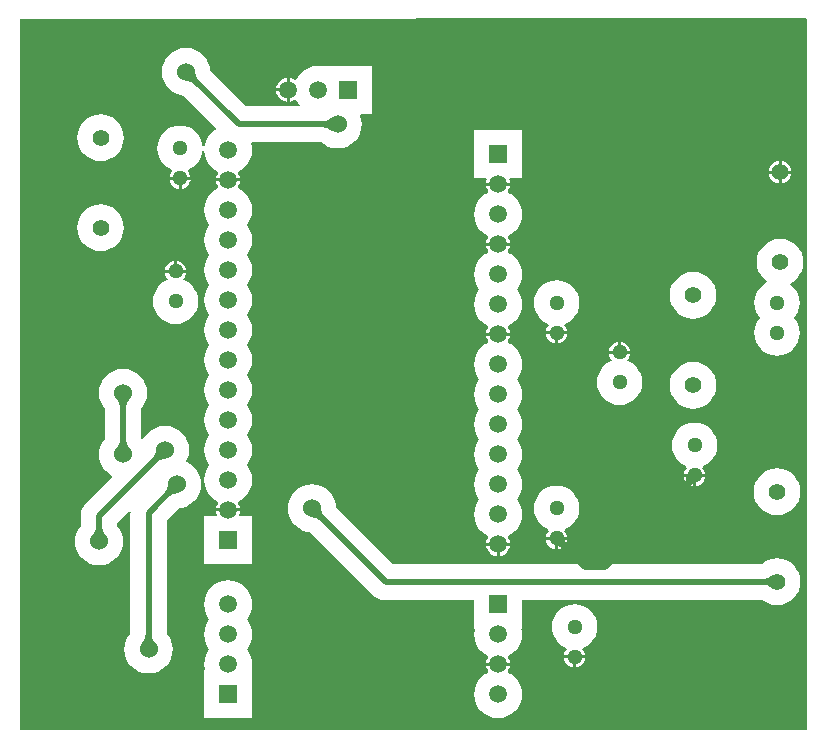
<source format=gbl>
%FSLAX25Y25*%
%MOIN*%
G70*
G01*
G75*
G04 Layer_Physical_Order=2*
G04 Layer_Color=16711680*
%ADD10C,0.02000*%
%ADD11C,0.01500*%
%ADD12O,0.09000X0.02000*%
%ADD13R,0.09000X0.02000*%
%ADD14O,0.08000X0.02500*%
%ADD15R,0.08000X0.02500*%
%ADD16C,0.01000*%
%ADD17C,0.05100*%
%ADD18R,0.05906X0.05906*%
%ADD19C,0.05906*%
%ADD20C,0.05512*%
%ADD21R,0.05906X0.05906*%
%ADD22C,0.06000*%
G36*
X670953Y476143D02*
Y239048D01*
X408547D01*
Y476009D01*
X670599Y476497D01*
X670953Y476143D01*
D02*
G37*
%LPC*%
G36*
X661000Y326293D02*
X659480Y326144D01*
X658018Y325700D01*
X656670Y324980D01*
X655489Y324011D01*
X654520Y322830D01*
X653800Y321482D01*
X653356Y320020D01*
X653207Y318500D01*
X653356Y316980D01*
X653800Y315518D01*
X654520Y314170D01*
X655489Y312989D01*
X656670Y312020D01*
X658018Y311300D01*
X659480Y310856D01*
X661000Y310707D01*
X662520Y310856D01*
X663982Y311300D01*
X665330Y312020D01*
X666511Y312989D01*
X667480Y314170D01*
X668200Y315518D01*
X668644Y316980D01*
X668793Y318500D01*
X668644Y320020D01*
X668200Y321482D01*
X667480Y322830D01*
X666511Y324011D01*
X665330Y324980D01*
X663982Y325700D01*
X662520Y326144D01*
X661000Y326293D01*
D02*
G37*
G36*
X481921Y422000D02*
X474079D01*
X474149Y421468D01*
X474547Y420507D01*
X474766Y420221D01*
X474661Y419733D01*
X473560Y419144D01*
X472349Y418151D01*
X471355Y416940D01*
X470617Y415558D01*
X470162Y414059D01*
X470009Y412500D01*
X470162Y410941D01*
X470617Y409442D01*
X471355Y408060D01*
X471815Y407500D01*
X471355Y406940D01*
X470617Y405558D01*
X470162Y404059D01*
X470009Y402500D01*
X470162Y400941D01*
X470617Y399442D01*
X471355Y398060D01*
X471815Y397500D01*
X471355Y396940D01*
X470617Y395558D01*
X470162Y394059D01*
X470009Y392500D01*
X470162Y390941D01*
X470617Y389442D01*
X471355Y388060D01*
X471815Y387500D01*
X471355Y386940D01*
X470617Y385558D01*
X470162Y384059D01*
X470009Y382500D01*
X470162Y380941D01*
X470617Y379442D01*
X471355Y378060D01*
X471815Y377500D01*
X471355Y376940D01*
X470617Y375558D01*
X470162Y374059D01*
X470009Y372500D01*
X470162Y370941D01*
X470617Y369442D01*
X471355Y368060D01*
X471815Y367500D01*
X471355Y366940D01*
X470617Y365558D01*
X470162Y364059D01*
X470009Y362500D01*
X470162Y360941D01*
X470617Y359442D01*
X471355Y358060D01*
X471815Y357500D01*
X471355Y356940D01*
X470617Y355558D01*
X470162Y354059D01*
X470009Y352500D01*
X470162Y350941D01*
X470617Y349442D01*
X471355Y348060D01*
X471815Y347500D01*
X471355Y346940D01*
X470617Y345558D01*
X470162Y344059D01*
X470009Y342500D01*
X470162Y340941D01*
X470617Y339442D01*
X471355Y338060D01*
X471815Y337500D01*
X471355Y336940D01*
X470617Y335558D01*
X470162Y334059D01*
X470009Y332500D01*
X470162Y330941D01*
X470617Y329442D01*
X471355Y328060D01*
X471815Y327500D01*
X471355Y326940D01*
X470617Y325558D01*
X470162Y324059D01*
X470009Y322500D01*
X470162Y320941D01*
X470617Y319442D01*
X471355Y318060D01*
X472349Y316849D01*
X473560Y315856D01*
X474661Y315267D01*
X474766Y314779D01*
X474547Y314493D01*
X474149Y313532D01*
X474079Y313000D01*
X481921D01*
X481851Y313532D01*
X481453Y314493D01*
X481234Y314779D01*
X481339Y315267D01*
X482440Y315856D01*
X483651Y316849D01*
X484645Y318060D01*
X485383Y319442D01*
X485838Y320941D01*
X485991Y322500D01*
X485838Y324059D01*
X485383Y325558D01*
X484645Y326940D01*
X484185Y327500D01*
X484645Y328060D01*
X485383Y329442D01*
X485838Y330941D01*
X485991Y332500D01*
X485838Y334059D01*
X485383Y335558D01*
X484645Y336940D01*
X484185Y337500D01*
X484645Y338060D01*
X485383Y339442D01*
X485838Y340941D01*
X485991Y342500D01*
X485838Y344059D01*
X485383Y345558D01*
X484645Y346940D01*
X484185Y347500D01*
X484645Y348060D01*
X485383Y349442D01*
X485838Y350941D01*
X485991Y352500D01*
X485838Y354059D01*
X485383Y355558D01*
X484645Y356940D01*
X484185Y357500D01*
X484645Y358060D01*
X485383Y359442D01*
X485838Y360941D01*
X485991Y362500D01*
X485838Y364059D01*
X485383Y365558D01*
X484645Y366940D01*
X484185Y367500D01*
X484645Y368060D01*
X485383Y369442D01*
X485838Y370941D01*
X485991Y372500D01*
X485838Y374059D01*
X485383Y375558D01*
X484645Y376940D01*
X484185Y377500D01*
X484645Y378060D01*
X485383Y379442D01*
X485838Y380941D01*
X485991Y382500D01*
X485838Y384059D01*
X485383Y385558D01*
X484645Y386940D01*
X484185Y387500D01*
X484645Y388060D01*
X485383Y389442D01*
X485838Y390941D01*
X485991Y392500D01*
X485838Y394059D01*
X485383Y395558D01*
X484645Y396940D01*
X484185Y397500D01*
X484645Y398060D01*
X485383Y399442D01*
X485838Y400941D01*
X485991Y402500D01*
X485838Y404059D01*
X485383Y405558D01*
X484645Y406940D01*
X484185Y407500D01*
X484645Y408060D01*
X485383Y409442D01*
X485838Y410941D01*
X485991Y412500D01*
X485838Y414059D01*
X485383Y415558D01*
X484645Y416940D01*
X483651Y418151D01*
X482440Y419144D01*
X481339Y419733D01*
X481234Y420221D01*
X481453Y420507D01*
X481851Y421468D01*
X481921Y422000D01*
D02*
G37*
G36*
X587500Y320586D02*
X586020Y320441D01*
X584597Y320009D01*
X583285Y319308D01*
X582135Y318365D01*
X581192Y317215D01*
X580491Y315903D01*
X580059Y314480D01*
X579914Y313000D01*
X580059Y311520D01*
X580491Y310097D01*
X581192Y308785D01*
X582135Y307635D01*
X583285Y306692D01*
X584597Y305991D01*
X584763Y305940D01*
X584916Y305464D01*
X584399Y304790D01*
X584041Y303927D01*
X583985Y303500D01*
X591015D01*
X590959Y303927D01*
X590601Y304790D01*
X590084Y305464D01*
X590237Y305940D01*
X590403Y305991D01*
X591715Y306692D01*
X592865Y307635D01*
X593808Y308785D01*
X594509Y310097D01*
X594941Y311520D01*
X595086Y313000D01*
X594941Y314480D01*
X594509Y315903D01*
X593808Y317215D01*
X592865Y318365D01*
X591715Y319308D01*
X590403Y320009D01*
X588980Y320441D01*
X587500Y320586D01*
D02*
G37*
G36*
X591015Y302500D02*
X588000D01*
Y299485D01*
X588427Y299541D01*
X589290Y299899D01*
X590032Y300468D01*
X590601Y301210D01*
X590959Y302073D01*
X591015Y302500D01*
D02*
G37*
G36*
X571921Y370500D02*
X564079D01*
X564149Y369968D01*
X564547Y369007D01*
X564766Y368721D01*
X564661Y368233D01*
X563560Y367645D01*
X562349Y366651D01*
X561355Y365440D01*
X560617Y364058D01*
X560162Y362559D01*
X560009Y361000D01*
X560162Y359441D01*
X560617Y357942D01*
X561355Y356560D01*
X561815Y356000D01*
X561355Y355440D01*
X560617Y354058D01*
X560162Y352559D01*
X560009Y351000D01*
X560162Y349441D01*
X560617Y347942D01*
X561355Y346560D01*
X561815Y346000D01*
X561355Y345440D01*
X560617Y344058D01*
X560162Y342559D01*
X560009Y341000D01*
X560162Y339441D01*
X560617Y337942D01*
X561355Y336560D01*
X561815Y336000D01*
X561355Y335440D01*
X560617Y334058D01*
X560162Y332559D01*
X560009Y331000D01*
X560162Y329441D01*
X560617Y327942D01*
X561355Y326560D01*
X561815Y326000D01*
X561355Y325440D01*
X560617Y324058D01*
X560162Y322559D01*
X560009Y321000D01*
X560162Y319441D01*
X560617Y317942D01*
X561355Y316560D01*
X561815Y316000D01*
X561355Y315440D01*
X560617Y314058D01*
X560162Y312559D01*
X560009Y311000D01*
X560162Y309441D01*
X560617Y307942D01*
X561355Y306560D01*
X562349Y305349D01*
X563560Y304356D01*
X564661Y303767D01*
X564766Y303279D01*
X564547Y302993D01*
X564149Y302032D01*
X564079Y301500D01*
X571921D01*
X571851Y302032D01*
X571453Y302993D01*
X571234Y303279D01*
X571339Y303767D01*
X572440Y304356D01*
X573651Y305349D01*
X574645Y306560D01*
X575383Y307942D01*
X575838Y309441D01*
X575991Y311000D01*
X575838Y312559D01*
X575383Y314058D01*
X574645Y315440D01*
X574185Y316000D01*
X574645Y316560D01*
X575383Y317942D01*
X575838Y319441D01*
X575991Y321000D01*
X575838Y322559D01*
X575383Y324058D01*
X574645Y325440D01*
X574185Y326000D01*
X574645Y326560D01*
X575383Y327942D01*
X575838Y329441D01*
X575991Y331000D01*
X575838Y332559D01*
X575383Y334058D01*
X574645Y335440D01*
X574185Y336000D01*
X574645Y336560D01*
X575383Y337942D01*
X575838Y339441D01*
X575991Y341000D01*
X575838Y342559D01*
X575383Y344058D01*
X574645Y345440D01*
X574185Y346000D01*
X574645Y346560D01*
X575383Y347942D01*
X575838Y349441D01*
X575991Y351000D01*
X575838Y352559D01*
X575383Y354058D01*
X574645Y355440D01*
X574185Y356000D01*
X574645Y356560D01*
X575383Y357942D01*
X575838Y359441D01*
X575991Y361000D01*
X575838Y362559D01*
X575383Y364058D01*
X574645Y365440D01*
X573651Y366651D01*
X572440Y367645D01*
X571339Y368233D01*
X571234Y368721D01*
X571453Y369007D01*
X571851Y369968D01*
X571921Y370500D01*
D02*
G37*
G36*
X633000Y323500D02*
X629985D01*
X630041Y323073D01*
X630399Y322210D01*
X630968Y321468D01*
X631710Y320899D01*
X632573Y320541D01*
X633000Y320485D01*
Y323500D01*
D02*
G37*
G36*
X612015Y364500D02*
X604985D01*
X605041Y364073D01*
X605399Y363210D01*
X605916Y362536D01*
X605763Y362060D01*
X605597Y362009D01*
X604285Y361308D01*
X603135Y360365D01*
X602192Y359215D01*
X601491Y357903D01*
X601059Y356480D01*
X600913Y355000D01*
X601059Y353520D01*
X601491Y352097D01*
X602192Y350785D01*
X603135Y349636D01*
X604285Y348692D01*
X605597Y347991D01*
X607020Y347559D01*
X608500Y347413D01*
X609980Y347559D01*
X611403Y347991D01*
X612715Y348692D01*
X613865Y349636D01*
X614808Y350785D01*
X615509Y352097D01*
X615941Y353520D01*
X616086Y355000D01*
X615941Y356480D01*
X615509Y357903D01*
X614808Y359215D01*
X613865Y360365D01*
X612715Y361308D01*
X611403Y362009D01*
X611237Y362060D01*
X611084Y362536D01*
X611601Y363210D01*
X611959Y364073D01*
X612015Y364500D01*
D02*
G37*
G36*
X662000Y402793D02*
X660480Y402644D01*
X659018Y402200D01*
X657670Y401480D01*
X656489Y400511D01*
X655520Y399330D01*
X654800Y397982D01*
X654356Y396520D01*
X654207Y395000D01*
X654356Y393480D01*
X654800Y392018D01*
X655520Y390670D01*
X656489Y389489D01*
X657499Y388661D01*
X657450Y388163D01*
X656785Y387808D01*
X655635Y386864D01*
X654692Y385715D01*
X653991Y384403D01*
X653559Y382980D01*
X653413Y381500D01*
X653559Y380020D01*
X653991Y378597D01*
X654692Y377285D01*
X655336Y376500D01*
X654692Y375715D01*
X653991Y374403D01*
X653559Y372980D01*
X653413Y371500D01*
X653559Y370020D01*
X653991Y368597D01*
X654692Y367285D01*
X655635Y366136D01*
X656785Y365192D01*
X658097Y364491D01*
X659520Y364059D01*
X661000Y363913D01*
X662480Y364059D01*
X663903Y364491D01*
X665215Y365192D01*
X666364Y366136D01*
X667308Y367285D01*
X668009Y368597D01*
X668441Y370020D01*
X668586Y371500D01*
X668441Y372980D01*
X668009Y374403D01*
X667308Y375715D01*
X666664Y376500D01*
X667308Y377285D01*
X668009Y378597D01*
X668441Y380020D01*
X668586Y381500D01*
X668441Y382980D01*
X668009Y384403D01*
X667308Y385715D01*
X666364Y386864D01*
X665477Y387593D01*
X665526Y388090D01*
X666330Y388520D01*
X667511Y389489D01*
X668480Y390670D01*
X669200Y392018D01*
X669644Y393480D01*
X669793Y395000D01*
X669644Y396520D01*
X669200Y397982D01*
X668480Y399330D01*
X667511Y400511D01*
X666330Y401480D01*
X664982Y402200D01*
X663520Y402644D01*
X662000Y402793D01*
D02*
G37*
G36*
X633000Y361793D02*
X631480Y361644D01*
X630018Y361200D01*
X628670Y360480D01*
X627489Y359511D01*
X626520Y358330D01*
X625800Y356982D01*
X625356Y355520D01*
X625207Y354000D01*
X625356Y352480D01*
X625800Y351018D01*
X626520Y349670D01*
X627489Y348489D01*
X628670Y347520D01*
X630018Y346800D01*
X631480Y346356D01*
X633000Y346207D01*
X634520Y346356D01*
X635982Y346800D01*
X637330Y347520D01*
X638511Y348489D01*
X639480Y349670D01*
X640200Y351018D01*
X640644Y352480D01*
X640793Y354000D01*
X640644Y355520D01*
X640200Y356982D01*
X639480Y358330D01*
X638511Y359511D01*
X637330Y360480D01*
X635982Y361200D01*
X634520Y361644D01*
X633000Y361793D01*
D02*
G37*
G36*
X637015Y323500D02*
X634000D01*
Y320485D01*
X634427Y320541D01*
X635290Y320899D01*
X636032Y321468D01*
X636601Y322210D01*
X636959Y323073D01*
X637015Y323500D01*
D02*
G37*
G36*
X633500Y341586D02*
X632020Y341441D01*
X630597Y341009D01*
X629285Y340308D01*
X628135Y339365D01*
X627192Y338215D01*
X626491Y336903D01*
X626059Y335480D01*
X625913Y334000D01*
X626059Y332520D01*
X626491Y331097D01*
X627192Y329785D01*
X628135Y328636D01*
X629285Y327692D01*
X630597Y326991D01*
X630763Y326940D01*
X630916Y326464D01*
X630399Y325790D01*
X630041Y324927D01*
X629985Y324500D01*
X637015D01*
X636959Y324927D01*
X636601Y325790D01*
X636084Y326464D01*
X636237Y326940D01*
X636403Y326991D01*
X637715Y327692D01*
X638865Y328636D01*
X639808Y329785D01*
X640509Y331097D01*
X640941Y332520D01*
X641086Y334000D01*
X640941Y335480D01*
X640509Y336903D01*
X639808Y338215D01*
X638865Y339365D01*
X637715Y340308D01*
X636403Y341009D01*
X634980Y341441D01*
X633500Y341586D01*
D02*
G37*
G36*
X593000Y263000D02*
X589985D01*
X590041Y262573D01*
X590399Y261710D01*
X590968Y260968D01*
X591710Y260399D01*
X592573Y260041D01*
X593000Y259985D01*
Y263000D01*
D02*
G37*
G36*
X597015D02*
X594000D01*
Y259985D01*
X594427Y260041D01*
X595290Y260399D01*
X596032Y260968D01*
X596601Y261710D01*
X596959Y262573D01*
X597015Y263000D01*
D02*
G37*
G36*
X443000Y359539D02*
X441432Y359384D01*
X439924Y358927D01*
X438534Y358184D01*
X437316Y357184D01*
X436316Y355966D01*
X435573Y354576D01*
X435116Y353068D01*
X434961Y351500D01*
X435116Y349932D01*
X435573Y348424D01*
X436316Y347034D01*
X436971Y346236D01*
Y336264D01*
X436316Y335466D01*
X435573Y334076D01*
X435116Y332568D01*
X434961Y331000D01*
X435116Y329432D01*
X435573Y327924D01*
X436316Y326534D01*
X437316Y325316D01*
X438534Y324316D01*
X439308Y323902D01*
X439381Y323408D01*
X430737Y314763D01*
X429987Y313849D01*
X429430Y312807D01*
X429087Y311676D01*
X428971Y310500D01*
Y307264D01*
X428316Y306466D01*
X427573Y305076D01*
X427116Y303568D01*
X426961Y302000D01*
X427116Y300432D01*
X427573Y298924D01*
X428316Y297534D01*
X429316Y296316D01*
X430534Y295316D01*
X431924Y294573D01*
X433432Y294116D01*
X435000Y293961D01*
X436568Y294116D01*
X438076Y294573D01*
X439466Y295316D01*
X440684Y296316D01*
X441684Y297534D01*
X442427Y298924D01*
X442884Y300432D01*
X443039Y302000D01*
X442884Y303568D01*
X442427Y305076D01*
X441684Y306466D01*
X441029Y307264D01*
Y308003D01*
X445049Y312023D01*
X445501Y311809D01*
X445471Y311500D01*
Y271264D01*
X444816Y270466D01*
X444073Y269076D01*
X443616Y267568D01*
X443461Y266000D01*
X443616Y264432D01*
X444073Y262924D01*
X444816Y261534D01*
X445816Y260316D01*
X447034Y259316D01*
X448424Y258573D01*
X449932Y258116D01*
X451500Y257961D01*
X453068Y258116D01*
X454576Y258573D01*
X455966Y259316D01*
X457184Y260316D01*
X458184Y261534D01*
X458927Y262924D01*
X459384Y264432D01*
X459539Y266000D01*
X459384Y267568D01*
X458927Y269076D01*
X458184Y270466D01*
X457529Y271264D01*
Y309003D01*
X461541Y313015D01*
X462568Y313116D01*
X464076Y313573D01*
X465466Y314316D01*
X466684Y315316D01*
X467684Y316534D01*
X468427Y317924D01*
X468884Y319432D01*
X469039Y321000D01*
X468884Y322568D01*
X468427Y324076D01*
X467684Y325466D01*
X466684Y326684D01*
X465466Y327684D01*
X464246Y328336D01*
X464101Y328814D01*
X464427Y329424D01*
X464884Y330932D01*
X465039Y332500D01*
X464884Y334068D01*
X464427Y335576D01*
X463684Y336966D01*
X462684Y338184D01*
X461466Y339184D01*
X460076Y339927D01*
X458568Y340384D01*
X457000Y340539D01*
X455432Y340384D01*
X453924Y339927D01*
X452534Y339184D01*
X451316Y338184D01*
X450316Y336966D01*
X449793Y335988D01*
X449400Y335949D01*
X449029Y336285D01*
Y346236D01*
X449684Y347034D01*
X450427Y348424D01*
X450884Y349932D01*
X451039Y351500D01*
X450884Y353068D01*
X450427Y354576D01*
X449684Y355966D01*
X448684Y357184D01*
X447466Y358184D01*
X446076Y358927D01*
X444568Y359384D01*
X443000Y359539D01*
D02*
G37*
G36*
X571921Y260500D02*
X564079D01*
X564149Y259968D01*
X564547Y259007D01*
X564766Y258721D01*
X564661Y258233D01*
X563560Y257645D01*
X562349Y256651D01*
X561355Y255440D01*
X560617Y254058D01*
X560162Y252559D01*
X560009Y251000D01*
X560162Y249441D01*
X560617Y247942D01*
X561355Y246560D01*
X562349Y245349D01*
X563560Y244356D01*
X564942Y243617D01*
X566441Y243162D01*
X568000Y243009D01*
X569559Y243162D01*
X571058Y243617D01*
X572440Y244356D01*
X573651Y245349D01*
X574645Y246560D01*
X575383Y247942D01*
X575838Y249441D01*
X575991Y251000D01*
X575838Y252559D01*
X575383Y254058D01*
X574645Y255440D01*
X573651Y256651D01*
X572440Y257645D01*
X571339Y258233D01*
X571234Y258721D01*
X571453Y259007D01*
X571851Y259968D01*
X571921Y260500D01*
D02*
G37*
G36*
X478000Y288991D02*
X476441Y288838D01*
X474942Y288383D01*
X473560Y287645D01*
X472349Y286651D01*
X471355Y285440D01*
X470617Y284058D01*
X470162Y282559D01*
X470009Y281000D01*
X470162Y279441D01*
X470617Y277942D01*
X471355Y276560D01*
X471815Y276000D01*
X471355Y275440D01*
X470617Y274058D01*
X470162Y272559D01*
X470009Y271000D01*
X470162Y269441D01*
X470617Y267942D01*
X471355Y266560D01*
X471815Y266000D01*
X471355Y265440D01*
X470617Y264058D01*
X470162Y262559D01*
X470009Y261000D01*
X470162Y259441D01*
X470234Y259205D01*
X470047Y258953D01*
X470047D01*
Y243047D01*
X485953D01*
Y258953D01*
X485953D01*
X485766Y259205D01*
X485838Y259441D01*
X485991Y261000D01*
X485838Y262559D01*
X485383Y264058D01*
X484645Y265440D01*
X484185Y266000D01*
X484645Y266560D01*
X485383Y267942D01*
X485838Y269441D01*
X485991Y271000D01*
X485838Y272559D01*
X485383Y274058D01*
X484645Y275440D01*
X484185Y276000D01*
X484645Y276560D01*
X485383Y277942D01*
X485838Y279441D01*
X485991Y281000D01*
X485838Y282559D01*
X485383Y284058D01*
X484645Y285440D01*
X483651Y286651D01*
X482440Y287645D01*
X481058Y288383D01*
X479559Y288838D01*
X478000Y288991D01*
D02*
G37*
G36*
X593500Y281086D02*
X592020Y280941D01*
X590597Y280509D01*
X589285Y279808D01*
X588135Y278865D01*
X587192Y277715D01*
X586491Y276403D01*
X586059Y274980D01*
X585914Y273500D01*
X586059Y272020D01*
X586491Y270597D01*
X587192Y269285D01*
X588135Y268135D01*
X589285Y267192D01*
X590597Y266491D01*
X590763Y266440D01*
X590916Y265964D01*
X590399Y265290D01*
X590041Y264427D01*
X589985Y264000D01*
X597015D01*
X596959Y264427D01*
X596601Y265290D01*
X596084Y265964D01*
X596237Y266440D01*
X596403Y266491D01*
X597715Y267192D01*
X598865Y268135D01*
X599808Y269285D01*
X600509Y270597D01*
X600941Y272020D01*
X601087Y273500D01*
X600941Y274980D01*
X600509Y276403D01*
X599808Y277715D01*
X598865Y278865D01*
X597715Y279808D01*
X596403Y280509D01*
X594980Y280941D01*
X593500Y281086D01*
D02*
G37*
G36*
X571921Y300500D02*
X568500D01*
Y297079D01*
X569032Y297149D01*
X569993Y297547D01*
X570819Y298181D01*
X571453Y299007D01*
X571851Y299968D01*
X571921Y300500D01*
D02*
G37*
G36*
X587000Y302500D02*
X583985D01*
X584041Y302073D01*
X584399Y301210D01*
X584968Y300468D01*
X585710Y299899D01*
X586573Y299541D01*
X587000Y299485D01*
Y302500D01*
D02*
G37*
G36*
X567500Y300500D02*
X564079D01*
X564149Y299968D01*
X564547Y299007D01*
X565181Y298181D01*
X566007Y297547D01*
X566968Y297149D01*
X567500Y297079D01*
Y300500D01*
D02*
G37*
G36*
X506000Y321039D02*
X504432Y320884D01*
X502924Y320427D01*
X501534Y319684D01*
X500316Y318684D01*
X499316Y317466D01*
X498573Y316076D01*
X498116Y314568D01*
X497961Y313000D01*
X498116Y311432D01*
X498573Y309924D01*
X499316Y308534D01*
X500316Y307316D01*
X501534Y306316D01*
X502924Y305573D01*
X504432Y305116D01*
X505459Y305015D01*
X526237Y284237D01*
Y284237D01*
X526237Y284237D01*
X526237Y284237D01*
Y284237D01*
X527150Y283487D01*
X528193Y282930D01*
X528193Y282930D01*
X528193Y282930D01*
D01*
X528193Y282930D01*
X528193Y282930D01*
X529324Y282587D01*
X530500Y282471D01*
X560047D01*
Y273047D01*
X560047D01*
X560234Y272795D01*
X560162Y272559D01*
X560009Y271000D01*
X560162Y269441D01*
X560617Y267942D01*
X561355Y266560D01*
X562349Y265349D01*
X563560Y264355D01*
X564661Y263767D01*
X564766Y263279D01*
X564547Y262993D01*
X564149Y262032D01*
X564079Y261500D01*
X571921D01*
X571851Y262032D01*
X571453Y262993D01*
X571234Y263279D01*
X571339Y263767D01*
X572440Y264355D01*
X573651Y265349D01*
X574645Y266560D01*
X575383Y267942D01*
X575838Y269441D01*
X575991Y271000D01*
X575838Y272559D01*
X575766Y272795D01*
X575953Y273047D01*
X575953D01*
Y282471D01*
X656121D01*
X656670Y282020D01*
X658018Y281300D01*
X659480Y280856D01*
X661000Y280707D01*
X662520Y280856D01*
X663982Y281300D01*
X665330Y282020D01*
X666511Y282989D01*
X667480Y284170D01*
X668200Y285518D01*
X668644Y286980D01*
X668793Y288500D01*
X668644Y290020D01*
X668200Y291482D01*
X667480Y292830D01*
X666511Y294011D01*
X665330Y294980D01*
X663982Y295700D01*
X662520Y296144D01*
X661000Y296293D01*
X659480Y296144D01*
X658018Y295700D01*
X656670Y294980D01*
X656121Y294529D01*
X532997D01*
X513985Y313541D01*
X513884Y314568D01*
X513427Y316076D01*
X512684Y317466D01*
X511684Y318684D01*
X510466Y319684D01*
X509076Y320427D01*
X507568Y320884D01*
X506000Y321039D01*
D02*
G37*
G36*
X481921Y312000D02*
X474079D01*
X474149Y311468D01*
X474397Y310869D01*
X474120Y310453D01*
X470047D01*
Y294547D01*
X485953D01*
Y310453D01*
X481880D01*
X481603Y310869D01*
X481851Y311468D01*
X481921Y312000D01*
D02*
G37*
G36*
X665723Y424500D02*
X662500D01*
Y421278D01*
X662981Y421341D01*
X663894Y421719D01*
X664679Y422321D01*
X665281Y423106D01*
X665659Y424019D01*
X665723Y424500D01*
D02*
G37*
G36*
X575953Y438953D02*
X560047D01*
Y423047D01*
X564120D01*
X564397Y422632D01*
X564149Y422032D01*
X564079Y421500D01*
X571921D01*
X571851Y422032D01*
X571603Y422632D01*
X571880Y423047D01*
X575953D01*
Y438953D01*
D02*
G37*
G36*
X661500Y424500D02*
X658278D01*
X658341Y424019D01*
X658719Y423106D01*
X659321Y422321D01*
X660106Y421719D01*
X661020Y421341D01*
X661500Y421278D01*
Y424500D01*
D02*
G37*
G36*
X461500Y422500D02*
X458485D01*
X458541Y422073D01*
X458899Y421210D01*
X459468Y420468D01*
X460210Y419899D01*
X461073Y419541D01*
X461500Y419485D01*
Y422500D01*
D02*
G37*
G36*
X465515D02*
X462500D01*
Y419485D01*
X462927Y419541D01*
X463790Y419899D01*
X464532Y420468D01*
X465101Y421210D01*
X465459Y422073D01*
X465515Y422500D01*
D02*
G37*
G36*
X661500Y428722D02*
X661020Y428659D01*
X660106Y428281D01*
X659321Y427679D01*
X658719Y426894D01*
X658341Y425981D01*
X658278Y425500D01*
X661500D01*
Y428722D01*
D02*
G37*
G36*
X497500Y452000D02*
X494079D01*
X494149Y451468D01*
X494547Y450507D01*
X495181Y449681D01*
X496007Y449047D01*
X496968Y448649D01*
X497500Y448579D01*
Y452000D01*
D02*
G37*
G36*
Y456421D02*
X496968Y456351D01*
X496007Y455953D01*
X495181Y455319D01*
X494547Y454493D01*
X494149Y453532D01*
X494079Y453000D01*
X497500D01*
Y456421D01*
D02*
G37*
G36*
X464000Y466539D02*
X462432Y466384D01*
X460924Y465927D01*
X459534Y465184D01*
X458316Y464184D01*
X457316Y462966D01*
X456573Y461576D01*
X456116Y460068D01*
X455961Y458500D01*
X456116Y456932D01*
X456573Y455424D01*
X457316Y454034D01*
X458316Y452816D01*
X459534Y451816D01*
X460924Y451073D01*
X462432Y450616D01*
X463459Y450515D01*
X474090Y439883D01*
X474017Y439389D01*
X473560Y439145D01*
X472349Y438151D01*
X471355Y436940D01*
X470617Y435558D01*
X470162Y434059D01*
X470072Y433145D01*
X469572D01*
X469441Y434480D01*
X469009Y435903D01*
X468308Y437215D01*
X467365Y438365D01*
X466215Y439308D01*
X464903Y440009D01*
X463480Y440441D01*
X462000Y440587D01*
X460520Y440441D01*
X459097Y440009D01*
X457785Y439308D01*
X456636Y438365D01*
X455692Y437215D01*
X454991Y435903D01*
X454559Y434480D01*
X454414Y433000D01*
X454559Y431520D01*
X454991Y430097D01*
X455692Y428785D01*
X456636Y427635D01*
X457785Y426692D01*
X459097Y425991D01*
X459263Y425940D01*
X459416Y425464D01*
X458899Y424790D01*
X458541Y423927D01*
X458485Y423500D01*
X465515D01*
X465459Y423927D01*
X465101Y424790D01*
X464584Y425464D01*
X464737Y425940D01*
X464903Y425991D01*
X466215Y426692D01*
X467365Y427635D01*
X468308Y428785D01*
X469009Y430097D01*
X469441Y431520D01*
X469523Y432355D01*
X470023D01*
X470162Y430941D01*
X470617Y429442D01*
X471355Y428060D01*
X472349Y426849D01*
X473560Y425855D01*
X474661Y425267D01*
X474766Y424779D01*
X474547Y424493D01*
X474149Y423532D01*
X474079Y423000D01*
X481921D01*
X481851Y423532D01*
X481453Y424493D01*
X481234Y424779D01*
X481339Y425267D01*
X482440Y425855D01*
X483651Y426849D01*
X484645Y428060D01*
X485383Y429442D01*
X485838Y430941D01*
X485991Y432500D01*
X485838Y434059D01*
X485683Y434569D01*
X485981Y434971D01*
X509236D01*
X510034Y434316D01*
X511424Y433573D01*
X512932Y433116D01*
X514500Y432961D01*
X516068Y433116D01*
X517576Y433573D01*
X518966Y434316D01*
X520184Y435316D01*
X521184Y436534D01*
X521927Y437924D01*
X522384Y439432D01*
X522539Y441000D01*
X522384Y442568D01*
X521927Y444076D01*
X521904Y444118D01*
X522161Y444547D01*
X525953D01*
Y460453D01*
X510047D01*
Y460453D01*
X509795Y460266D01*
X509559Y460338D01*
X508000Y460491D01*
X506441Y460338D01*
X504942Y459883D01*
X503560Y459144D01*
X502349Y458151D01*
X501356Y456940D01*
X500767Y455839D01*
X500279Y455734D01*
X499993Y455953D01*
X499032Y456351D01*
X498500Y456421D01*
Y452500D01*
Y448579D01*
X499032Y448649D01*
X499993Y449047D01*
X500279Y449266D01*
X500767Y449161D01*
X501356Y448060D01*
X501831Y447481D01*
X501617Y447029D01*
X483997D01*
X471985Y459041D01*
X471884Y460068D01*
X471427Y461576D01*
X470684Y462966D01*
X469684Y464184D01*
X468466Y465184D01*
X467076Y465927D01*
X465568Y466384D01*
X464000Y466539D01*
D02*
G37*
G36*
X662500Y428722D02*
Y425500D01*
X665723D01*
X665659Y425981D01*
X665281Y426894D01*
X664679Y427679D01*
X663894Y428281D01*
X662981Y428659D01*
X662500Y428722D01*
D02*
G37*
G36*
X435500Y444293D02*
X433980Y444144D01*
X432518Y443700D01*
X431170Y442980D01*
X429989Y442011D01*
X429020Y440830D01*
X428300Y439482D01*
X427856Y438020D01*
X427707Y436500D01*
X427856Y434980D01*
X428300Y433518D01*
X429020Y432170D01*
X429989Y430989D01*
X431170Y430020D01*
X432518Y429300D01*
X433980Y428856D01*
X435500Y428707D01*
X437020Y428856D01*
X438482Y429300D01*
X439830Y430020D01*
X441011Y430989D01*
X441980Y432170D01*
X442700Y433518D01*
X443144Y434980D01*
X443293Y436500D01*
X443144Y438020D01*
X442700Y439482D01*
X441980Y440830D01*
X441011Y442011D01*
X439830Y442980D01*
X438482Y443700D01*
X437020Y444144D01*
X435500Y444293D01*
D02*
G37*
G36*
X571921Y420500D02*
X564079D01*
X564149Y419968D01*
X564547Y419007D01*
X564766Y418721D01*
X564661Y418233D01*
X563560Y417645D01*
X562349Y416651D01*
X561355Y415440D01*
X560617Y414058D01*
X560162Y412559D01*
X560009Y411000D01*
X560162Y409441D01*
X560617Y407942D01*
X561355Y406560D01*
X562349Y405349D01*
X563560Y404355D01*
X564661Y403767D01*
X564766Y403279D01*
X564547Y402993D01*
X564149Y402032D01*
X564079Y401500D01*
X571921D01*
X571851Y402032D01*
X571453Y402993D01*
X571234Y403279D01*
X571339Y403767D01*
X572440Y404355D01*
X573651Y405349D01*
X574645Y406560D01*
X575383Y407942D01*
X575838Y409441D01*
X575991Y411000D01*
X575838Y412559D01*
X575383Y414058D01*
X574645Y415440D01*
X573651Y416651D01*
X572440Y417645D01*
X571339Y418233D01*
X571234Y418721D01*
X571453Y419007D01*
X571851Y419968D01*
X571921Y420500D01*
D02*
G37*
G36*
X591015Y371000D02*
X588000D01*
Y367985D01*
X588427Y368041D01*
X589290Y368399D01*
X590032Y368968D01*
X590601Y369710D01*
X590959Y370573D01*
X591015Y371000D01*
D02*
G37*
G36*
X571921Y400500D02*
X564079D01*
X564149Y399968D01*
X564547Y399007D01*
X564766Y398721D01*
X564661Y398233D01*
X563560Y397644D01*
X562349Y396651D01*
X561355Y395440D01*
X560617Y394058D01*
X560162Y392559D01*
X560009Y391000D01*
X560162Y389441D01*
X560617Y387942D01*
X561355Y386560D01*
X561815Y386000D01*
X561355Y385440D01*
X560617Y384058D01*
X560162Y382559D01*
X560009Y381000D01*
X560162Y379441D01*
X560617Y377942D01*
X561355Y376560D01*
X562349Y375349D01*
X563560Y374356D01*
X564661Y373767D01*
X564766Y373279D01*
X564547Y372993D01*
X564149Y372032D01*
X564079Y371500D01*
X571921D01*
X571851Y372032D01*
X571453Y372993D01*
X571234Y373279D01*
X571339Y373767D01*
X572440Y374356D01*
X573651Y375349D01*
X574645Y376560D01*
X575383Y377942D01*
X575838Y379441D01*
X575991Y381000D01*
X575838Y382559D01*
X575383Y384058D01*
X574645Y385440D01*
X574185Y386000D01*
X574645Y386560D01*
X575383Y387942D01*
X575838Y389441D01*
X575991Y391000D01*
X575838Y392559D01*
X575383Y394058D01*
X574645Y395440D01*
X573651Y396651D01*
X572440Y397644D01*
X571339Y398233D01*
X571234Y398721D01*
X571453Y399007D01*
X571851Y399968D01*
X571921Y400500D01*
D02*
G37*
G36*
X587000Y371000D02*
X583985D01*
X584041Y370573D01*
X584399Y369710D01*
X584968Y368968D01*
X585710Y368399D01*
X586573Y368041D01*
X587000Y367985D01*
Y371000D01*
D02*
G37*
G36*
X608000Y368515D02*
X607573Y368459D01*
X606710Y368101D01*
X605968Y367532D01*
X605399Y366790D01*
X605041Y365927D01*
X604985Y365500D01*
X608000D01*
Y368515D01*
D02*
G37*
G36*
X609000D02*
Y365500D01*
X612015D01*
X611959Y365927D01*
X611601Y366790D01*
X611032Y367532D01*
X610290Y368101D01*
X609427Y368459D01*
X609000Y368515D01*
D02*
G37*
G36*
X587500Y389087D02*
X586020Y388941D01*
X584597Y388509D01*
X583285Y387808D01*
X582135Y386864D01*
X581192Y385715D01*
X580491Y384403D01*
X580059Y382980D01*
X579914Y381500D01*
X580059Y380020D01*
X580491Y378597D01*
X581192Y377285D01*
X582135Y376135D01*
X583285Y375192D01*
X584597Y374491D01*
X584763Y374440D01*
X584916Y373964D01*
X584399Y373290D01*
X584041Y372427D01*
X583985Y372000D01*
X591015D01*
X590959Y372427D01*
X590601Y373290D01*
X590084Y373964D01*
X590237Y374440D01*
X590403Y374491D01*
X591715Y375192D01*
X592865Y376135D01*
X593808Y377285D01*
X594509Y378597D01*
X594941Y380020D01*
X595086Y381500D01*
X594941Y382980D01*
X594509Y384403D01*
X593808Y385715D01*
X592865Y386864D01*
X591715Y387808D01*
X590403Y388509D01*
X588980Y388941D01*
X587500Y389087D01*
D02*
G37*
G36*
X461000Y395515D02*
Y392500D01*
X464015D01*
X463959Y392927D01*
X463601Y393790D01*
X463032Y394532D01*
X462290Y395101D01*
X461427Y395459D01*
X461000Y395515D01*
D02*
G37*
G36*
X435500Y414293D02*
X433980Y414144D01*
X432518Y413700D01*
X431170Y412980D01*
X429989Y412011D01*
X429020Y410830D01*
X428300Y409482D01*
X427856Y408020D01*
X427707Y406500D01*
X427856Y404980D01*
X428300Y403518D01*
X429020Y402170D01*
X429989Y400989D01*
X431170Y400020D01*
X432518Y399300D01*
X433980Y398856D01*
X435500Y398707D01*
X437020Y398856D01*
X438482Y399300D01*
X439830Y400020D01*
X441011Y400989D01*
X441980Y402170D01*
X442700Y403518D01*
X443144Y404980D01*
X443293Y406500D01*
X443144Y408020D01*
X442700Y409482D01*
X441980Y410830D01*
X441011Y412011D01*
X439830Y412980D01*
X438482Y413700D01*
X437020Y414144D01*
X435500Y414293D01*
D02*
G37*
G36*
X460000Y395515D02*
X459573Y395459D01*
X458710Y395101D01*
X457968Y394532D01*
X457399Y393790D01*
X457041Y392927D01*
X456985Y392500D01*
X460000D01*
Y395515D01*
D02*
G37*
G36*
X464015Y391500D02*
X456985D01*
X457041Y391073D01*
X457399Y390210D01*
X457916Y389536D01*
X457763Y389060D01*
X457597Y389009D01*
X456285Y388308D01*
X455135Y387365D01*
X454192Y386215D01*
X453491Y384903D01*
X453059Y383480D01*
X452914Y382000D01*
X453059Y380520D01*
X453491Y379097D01*
X454192Y377785D01*
X455135Y376636D01*
X456285Y375692D01*
X457597Y374991D01*
X459020Y374559D01*
X460500Y374413D01*
X461980Y374559D01*
X463403Y374991D01*
X464715Y375692D01*
X465865Y376636D01*
X466808Y377785D01*
X467509Y379097D01*
X467941Y380520D01*
X468086Y382000D01*
X467941Y383480D01*
X467509Y384903D01*
X466808Y386215D01*
X465865Y387365D01*
X464715Y388308D01*
X463403Y389009D01*
X463237Y389060D01*
X463084Y389536D01*
X463601Y390210D01*
X463959Y391073D01*
X464015Y391500D01*
D02*
G37*
G36*
X633000Y391793D02*
X631480Y391644D01*
X630018Y391200D01*
X628670Y390480D01*
X627489Y389511D01*
X626520Y388330D01*
X625800Y386982D01*
X625356Y385520D01*
X625207Y384000D01*
X625356Y382480D01*
X625800Y381018D01*
X626520Y379670D01*
X627489Y378489D01*
X628670Y377520D01*
X630018Y376800D01*
X631480Y376356D01*
X633000Y376207D01*
X634520Y376356D01*
X635982Y376800D01*
X637330Y377520D01*
X638511Y378489D01*
X639480Y379670D01*
X640200Y381018D01*
X640644Y382480D01*
X640793Y384000D01*
X640644Y385520D01*
X640200Y386982D01*
X639480Y388330D01*
X638511Y389511D01*
X637330Y390480D01*
X635982Y391200D01*
X634520Y391644D01*
X633000Y391793D01*
D02*
G37*
%LPD*%
D10*
X450086Y267414D02*
G03*
X451500Y270828I-3414J3414D01*
G01*
D02*
G03*
X452914Y267414I4828J0D01*
G01*
X457000Y330500D02*
G03*
X453586Y329086I0J-4828D01*
G01*
X453586Y329086D02*
G03*
X455000Y332500I-3414J3414D01*
G01*
X433586Y303414D02*
G03*
X435000Y306828I-3414J3414D01*
G01*
D02*
G03*
X436414Y303414I4828J0D01*
G01*
X461000Y319000D02*
G03*
X457586Y317586I0J-4828D01*
G01*
X457586Y317586D02*
G03*
X459000Y321000I-3414J3414D01*
G01*
X441586Y332414D02*
G03*
X443000Y335828I-3414J3414D01*
G01*
D02*
G03*
X444414Y332414I4828J0D01*
G01*
Y350086D02*
G03*
X443000Y346672I3414J-3414D01*
G01*
D02*
G03*
X441586Y350086I-4828J0D01*
G01*
X508000Y313000D02*
G03*
X509414Y309586I4828J0D01*
G01*
X509414Y309586D02*
G03*
X506000Y311000I-3414J-3414D01*
G01*
X513086Y439586D02*
G03*
X509672Y441000I-3414J-3414D01*
G01*
D02*
G03*
X513086Y442414I0J4828D01*
G01*
X466000Y458500D02*
G03*
X467414Y455086I4828J0D01*
G01*
X467414Y455086D02*
G03*
X464000Y456500I-3414J-3414D01*
G01*
X633500Y322450D02*
G03*
X631707Y321708I0J-2535D01*
G01*
X630500Y320500D02*
G03*
X631950Y324000I-3500J3500D01*
G01*
X659758Y287258D02*
G03*
X656761Y288500I-2998J-2998D01*
G01*
D02*
G03*
X659758Y289742I0J4239D01*
G01*
X589050Y303000D02*
G03*
X590146Y300354I3742J0D01*
G01*
X590146Y300354D02*
G03*
X587500Y301450I-2646J-2646D01*
G01*
X450086Y267414D02*
G03*
X451500Y270828I-3414J3414D01*
G01*
D02*
G03*
X452914Y267414I4828J0D01*
G01*
X457000Y330500D02*
G03*
X453586Y329086I0J-4828D01*
G01*
X453586Y329086D02*
G03*
X455000Y332500I-3414J3414D01*
G01*
X433586Y303414D02*
G03*
X435000Y306828I-3414J3414D01*
G01*
D02*
G03*
X436414Y303414I4828J0D01*
G01*
X461000Y319000D02*
G03*
X457586Y317586I0J-4828D01*
G01*
X457586Y317586D02*
G03*
X459000Y321000I-3414J3414D01*
G01*
X441586Y332414D02*
G03*
X443000Y335828I-3414J3414D01*
G01*
D02*
G03*
X444414Y332414I4828J0D01*
G01*
Y350086D02*
G03*
X443000Y346672I3414J-3414D01*
G01*
D02*
G03*
X441586Y350086I-4828J0D01*
G01*
X508000Y313000D02*
G03*
X509414Y309586I4828J0D01*
G01*
X509414Y309586D02*
G03*
X506000Y311000I-3414J-3414D01*
G01*
X513086Y439586D02*
G03*
X509672Y441000I-3414J-3414D01*
G01*
D02*
G03*
X513086Y442414I0J4828D01*
G01*
X466000Y458500D02*
G03*
X467414Y455086I4828J0D01*
G01*
X467414Y455086D02*
G03*
X464000Y456500I-3414J-3414D01*
G01*
X633500Y322450D02*
G03*
X631707Y321708I0J-2535D01*
G01*
X630500Y320500D02*
G03*
X631950Y324000I-3500J3500D01*
G01*
X659758Y287258D02*
G03*
X656761Y288500I-2998J-2998D01*
G01*
D02*
G03*
X659758Y289742I0J4239D01*
G01*
X589050Y303000D02*
G03*
X590146Y300354I3742J0D01*
G01*
X590146Y300354D02*
G03*
X587500Y301450I-2646J-2646D01*
G01*
X506000Y313000D02*
X530500Y288500D01*
X661000D01*
X597000Y293500D02*
X603500D01*
X587500Y303000D02*
X597000Y293500D01*
X464000Y458500D02*
X481500Y441000D01*
X514500D01*
X506000Y313000D02*
Y313500D01*
X633500Y323500D02*
Y324000D01*
X603500Y293500D02*
X633500Y323500D01*
X443000Y331000D02*
Y351500D01*
X451500Y311500D02*
X461000Y321000D01*
X451500Y266000D02*
Y311500D01*
X435000Y302000D02*
Y310500D01*
X457000Y332500D01*
D17*
X587500Y313000D02*
D03*
Y303000D02*
D03*
X462000Y433000D02*
D03*
Y423000D02*
D03*
X460500Y382000D02*
D03*
Y392000D02*
D03*
X587500Y381500D02*
D03*
Y371500D02*
D03*
X661000D02*
D03*
Y381500D02*
D03*
X608500Y355000D02*
D03*
Y365000D02*
D03*
X633500Y334000D02*
D03*
Y324000D02*
D03*
X593500Y273500D02*
D03*
Y263500D02*
D03*
D18*
X478000Y251000D02*
D03*
X568000Y281000D02*
D03*
X478000Y302500D02*
D03*
X568000Y431000D02*
D03*
D19*
X478000Y261000D02*
D03*
Y271000D02*
D03*
Y281000D02*
D03*
X568000Y271000D02*
D03*
Y261000D02*
D03*
Y251000D02*
D03*
X478000Y312500D02*
D03*
Y322500D02*
D03*
Y332500D02*
D03*
Y342500D02*
D03*
Y352500D02*
D03*
Y362500D02*
D03*
Y372500D02*
D03*
Y382500D02*
D03*
Y392500D02*
D03*
Y402500D02*
D03*
Y412500D02*
D03*
Y422500D02*
D03*
Y432500D02*
D03*
X568000Y421000D02*
D03*
Y411000D02*
D03*
Y401000D02*
D03*
Y391000D02*
D03*
Y381000D02*
D03*
Y371000D02*
D03*
Y361000D02*
D03*
Y351000D02*
D03*
Y341000D02*
D03*
Y331000D02*
D03*
Y321000D02*
D03*
Y311000D02*
D03*
Y301000D02*
D03*
X498000Y452500D02*
D03*
X508000D02*
D03*
D20*
X662000Y395000D02*
D03*
Y425000D02*
D03*
X633000Y384000D02*
D03*
Y354000D02*
D03*
X661000Y288500D02*
D03*
Y318500D02*
D03*
X435500Y406500D02*
D03*
Y436500D02*
D03*
D21*
X518000Y452500D02*
D03*
D22*
X464000Y458500D02*
D03*
X514500Y441000D02*
D03*
X506000Y313000D02*
D03*
X443000Y351500D02*
D03*
Y331000D02*
D03*
X461000Y321000D02*
D03*
X435000Y302000D02*
D03*
X457000Y332500D02*
D03*
X451500Y266000D02*
D03*
M02*

</source>
